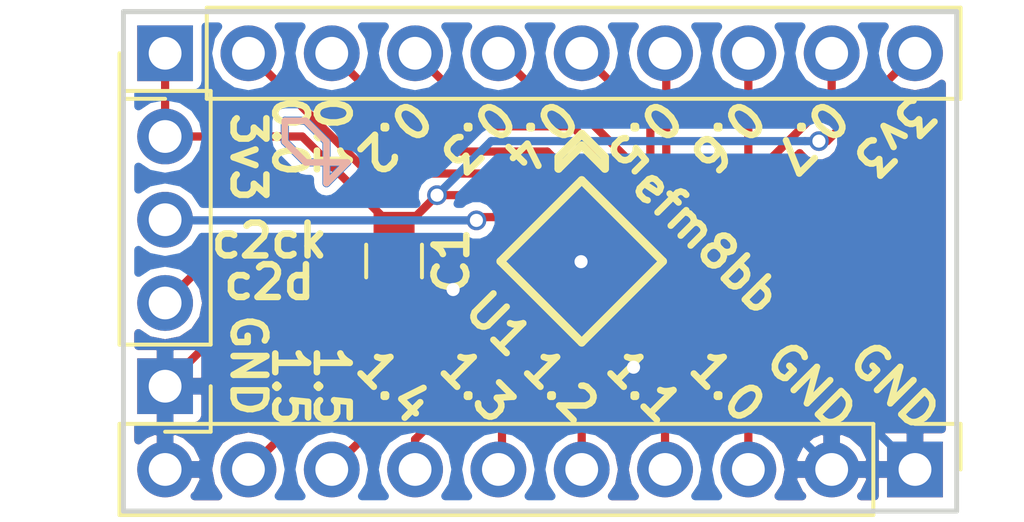
<source format=kicad_pcb>
(kicad_pcb (version 4) (host pcbnew 4.0.7-e0-6372~58~ubuntu16.04.1)

  (general
    (links 28)
    (no_connects 0)
    (area 116.764999 115.494999 142.315001 130.885001)
    (thickness 1.6)
    (drawings 34)
    (tracks 107)
    (zones 0)
    (modules 5)
    (nets 20)
  )

  (page A4)
  (layers
    (0 F.Cu signal)
    (31 B.Cu signal)
    (32 B.Adhes user)
    (33 F.Adhes user)
    (34 B.Paste user)
    (35 F.Paste user)
    (36 B.SilkS user)
    (37 F.SilkS user)
    (38 B.Mask user)
    (39 F.Mask user)
    (40 Dwgs.User user)
    (41 Cmts.User user)
    (42 Eco1.User user)
    (43 Eco2.User user)
    (44 Edge.Cuts user)
    (45 Margin user)
    (46 B.CrtYd user)
    (47 F.CrtYd user)
    (48 B.Fab user)
    (49 F.Fab user)
  )

  (setup
    (last_trace_width 0.25)
    (trace_clearance 0.23495)
    (zone_clearance 0.254)
    (zone_45_only no)
    (trace_min 0.2)
    (segment_width 0.2)
    (edge_width 0.15)
    (via_size 0.6)
    (via_drill 0.4)
    (via_min_size 0.4)
    (via_min_drill 0.3)
    (uvia_size 0.3)
    (uvia_drill 0.1)
    (uvias_allowed no)
    (uvia_min_size 0)
    (uvia_min_drill 0)
    (pcb_text_width 0.3)
    (pcb_text_size 1.5 1.5)
    (mod_edge_width 0.15)
    (mod_text_size 1 1)
    (mod_text_width 0.2)
    (pad_size 1.524 1.524)
    (pad_drill 0.762)
    (pad_to_mask_clearance 0.2)
    (aux_axis_origin 0 0)
    (visible_elements FFFFFF7F)
    (pcbplotparams
      (layerselection 0x00030_80000001)
      (usegerberextensions false)
      (excludeedgelayer true)
      (linewidth 0.100000)
      (plotframeref false)
      (viasonmask false)
      (mode 1)
      (useauxorigin false)
      (hpglpennumber 1)
      (hpglpenspeed 20)
      (hpglpendiameter 15)
      (hpglpenoverlay 2)
      (psnegative false)
      (psa4output false)
      (plotreference true)
      (plotvalue true)
      (plotinvisibletext false)
      (padsonsilk false)
      (subtractmaskfromsilk false)
      (outputformat 1)
      (mirror false)
      (drillshape 1)
      (scaleselection 1)
      (outputdirectory ""))
  )

  (net 0 "")
  (net 1 +3V3)
  (net 2 GND)
  (net 3 P0.0)
  (net 4 P0.1)
  (net 5 P0.2)
  (net 6 P0.3)
  (net 7 P0.4)
  (net 8 P0.5)
  (net 9 P0.6)
  (net 10 P0.7)
  (net 11 P1.0)
  (net 12 P1.1)
  (net 13 P1.2)
  (net 14 P1.3)
  (net 15 P1.4)
  (net 16 P1.5)
  (net 17 P1.6)
  (net 18 C2D)
  (net 19 C2CK)

  (net_class Default "This is the default net class."
    (clearance 0.23495)
    (trace_width 0.25)
    (via_dia 0.6)
    (via_drill 0.4)
    (uvia_dia 0.3)
    (uvia_drill 0.1)
    (add_net +3V3)
    (add_net C2CK)
    (add_net C2D)
    (add_net GND)
    (add_net P0.0)
    (add_net P0.1)
    (add_net P0.2)
    (add_net P0.3)
    (add_net P0.4)
    (add_net P0.5)
    (add_net P0.6)
    (add_net P0.7)
    (add_net P1.0)
    (add_net P1.1)
    (add_net P1.2)
    (add_net P1.3)
    (add_net P1.4)
    (add_net P1.5)
    (add_net P1.6)
  )

  (module C_0805 (layer F.Cu) (tedit 59BE1DF1) (tstamp 59DF2523)
    (at 125.09 123.18 270)
    (descr "Capacitor SMD 0805, reflow soldering, AVX (see smccp.pdf)")
    (tags "capacitor 0805")
    (path /59BE182B)
    (attr smd)
    (fp_text reference C1 (at 0 -1.75 270) (layer F.SilkS)
      (effects (font (size 1 1) (thickness 0.2)))
    )
    (fp_text value .1uF (at 0.01 1.265 270) (layer F.Fab) hide
      (effects (font (size 1 1) (thickness 0.2)))
    )
    (fp_text user %R (at 0 -1.5 270) (layer F.Fab)
      (effects (font (size 1 1) (thickness 0.2)))
    )
    (fp_line (start -1 0.62) (end -1 -0.62) (layer F.Fab) (width 0.1))
    (fp_line (start 1 0.62) (end -1 0.62) (layer F.Fab) (width 0.1))
    (fp_line (start 1 -0.62) (end 1 0.62) (layer F.Fab) (width 0.1))
    (fp_line (start -1 -0.62) (end 1 -0.62) (layer F.Fab) (width 0.1))
    (fp_line (start 0.5 -0.85) (end -0.5 -0.85) (layer F.SilkS) (width 0.12))
    (fp_line (start -0.5 0.85) (end 0.5 0.85) (layer F.SilkS) (width 0.12))
    (fp_line (start -1.75 -0.88) (end 1.75 -0.88) (layer F.CrtYd) (width 0.05))
    (fp_line (start -1.75 -0.88) (end -1.75 0.87) (layer F.CrtYd) (width 0.05))
    (fp_line (start 1.75 0.87) (end 1.75 -0.88) (layer F.CrtYd) (width 0.05))
    (fp_line (start 1.75 0.87) (end -1.75 0.87) (layer F.CrtYd) (width 0.05))
    (pad 1 smd rect (at -1 0 270) (size 1 1.25) (layers F.Cu F.Paste F.Mask)
      (net 1 +3V3))
    (pad 2 smd rect (at 1 0 270) (size 1 1.25) (layers F.Cu F.Paste F.Mask)
      (net 2 GND))
    (model Capacitors_SMD.3dshapes/C_0805.wrl
      (at (xyz 0 0 0))
      (scale (xyz 1 1 1))
      (rotate (xyz 0 0 0))
    )
  )

  (module Pin_Header_Straight_1x10_Pitch2.54mm (layer F.Cu) (tedit 59BE1DC8) (tstamp 59DF253F)
    (at 118.11 116.84 90)
    (descr "Through hole straight pin header, 1x10, 2.54mm pitch, single row")
    (tags "Through hole pin header THT 1x10 2.54mm single row")
    (path /59BE1A3C)
    (fp_text reference J1 (at -2.54 1.905 90) (layer F.Fab)
      (effects (font (size 1 1) (thickness 0.2)))
    )
    (fp_text value ~ (at 0 25.25 90) (layer F.Fab)
      (effects (font (size 1 1) (thickness 0.2)))
    )
    (fp_line (start -1.27 -1.27) (end -1.27 24.13) (layer F.Fab) (width 0.1))
    (fp_line (start -1.27 24.13) (end 1.27 24.13) (layer F.Fab) (width 0.1))
    (fp_line (start 1.27 24.13) (end 1.27 -1.27) (layer F.Fab) (width 0.1))
    (fp_line (start 1.27 -1.27) (end -1.27 -1.27) (layer F.Fab) (width 0.1))
    (fp_line (start -1.39 1.27) (end -1.39 24.25) (layer F.SilkS) (width 0.12))
    (fp_line (start -1.39 24.25) (end 1.39 24.25) (layer F.SilkS) (width 0.12))
    (fp_line (start 1.39 24.25) (end 1.39 1.27) (layer F.SilkS) (width 0.12))
    (fp_line (start 1.39 1.27) (end -1.39 1.27) (layer F.SilkS) (width 0.12))
    (fp_line (start -1.39 0) (end -1.39 -1.39) (layer F.SilkS) (width 0.12))
    (fp_line (start -1.39 -1.39) (end 0 -1.39) (layer F.SilkS) (width 0.12))
    (fp_line (start -1.6 -1.6) (end -1.6 24.4) (layer F.CrtYd) (width 0.05))
    (fp_line (start -1.6 24.4) (end 1.6 24.4) (layer F.CrtYd) (width 0.05))
    (fp_line (start 1.6 24.4) (end 1.6 -1.6) (layer F.CrtYd) (width 0.05))
    (fp_line (start 1.6 -1.6) (end -1.6 -1.6) (layer F.CrtYd) (width 0.05))
    (pad 1 thru_hole rect (at 0 0 90) (size 1.7 1.7) (drill 1) (layers *.Cu *.Mask)
      (net 1 +3V3))
    (pad 2 thru_hole oval (at 0 2.54 90) (size 1.7 1.7) (drill 1) (layers *.Cu *.Mask)
      (net 3 P0.0))
    (pad 3 thru_hole oval (at 0 5.08 90) (size 1.7 1.7) (drill 1) (layers *.Cu *.Mask)
      (net 4 P0.1))
    (pad 4 thru_hole oval (at 0 7.62 90) (size 1.7 1.7) (drill 1) (layers *.Cu *.Mask)
      (net 5 P0.2))
    (pad 5 thru_hole oval (at 0 10.16 90) (size 1.7 1.7) (drill 1) (layers *.Cu *.Mask)
      (net 6 P0.3))
    (pad 6 thru_hole oval (at 0 12.7 90) (size 1.7 1.7) (drill 1) (layers *.Cu *.Mask)
      (net 7 P0.4))
    (pad 7 thru_hole oval (at 0 15.24 90) (size 1.7 1.7) (drill 1) (layers *.Cu *.Mask)
      (net 8 P0.5))
    (pad 8 thru_hole oval (at 0 17.78 90) (size 1.7 1.7) (drill 1) (layers *.Cu *.Mask)
      (net 9 P0.6))
    (pad 9 thru_hole oval (at 0 20.32 90) (size 1.7 1.7) (drill 1) (layers *.Cu *.Mask)
      (net 10 P0.7))
    (pad 10 thru_hole oval (at 0 22.86 90) (size 1.7 1.7) (drill 1) (layers *.Cu *.Mask)
      (net 1 +3V3))
    (model Pin_Headers.3dshapes/Pin_Header_Straight_1x10_Pitch2.54mm.wrl
      (at (xyz 0 -0.45 0))
      (scale (xyz 1 1 1))
      (rotate (xyz 0 0 90))
    )
  )

  (module Pin_Header_Straight_1x10_Pitch2.54mm (layer F.Cu) (tedit 59BE17E2) (tstamp 59DF255B)
    (at 140.97 129.54 270)
    (descr "Through hole straight pin header, 1x10, 2.54mm pitch, single row")
    (tags "Through hole pin header THT 1x10 2.54mm single row")
    (path /59BE19EE)
    (fp_text reference J2 (at 0 -2.39 270) (layer F.Fab)
      (effects (font (size 1 1) (thickness 0.2)))
    )
    (fp_text value ~ (at 0 25.25 270) (layer F.Fab)
      (effects (font (size 1 1) (thickness 0.2)))
    )
    (fp_line (start -1.27 -1.27) (end -1.27 24.13) (layer F.Fab) (width 0.1))
    (fp_line (start -1.27 24.13) (end 1.27 24.13) (layer F.Fab) (width 0.1))
    (fp_line (start 1.27 24.13) (end 1.27 -1.27) (layer F.Fab) (width 0.1))
    (fp_line (start 1.27 -1.27) (end -1.27 -1.27) (layer F.Fab) (width 0.1))
    (fp_line (start -1.39 1.27) (end -1.39 24.25) (layer F.SilkS) (width 0.12))
    (fp_line (start -1.39 24.25) (end 1.39 24.25) (layer F.SilkS) (width 0.12))
    (fp_line (start 1.39 24.25) (end 1.39 1.27) (layer F.SilkS) (width 0.12))
    (fp_line (start 1.39 1.27) (end -1.39 1.27) (layer F.SilkS) (width 0.12))
    (fp_line (start -1.39 0) (end -1.39 -1.39) (layer F.SilkS) (width 0.12))
    (fp_line (start -1.39 -1.39) (end 0 -1.39) (layer F.SilkS) (width 0.12))
    (fp_line (start -1.6 -1.6) (end -1.6 24.4) (layer F.CrtYd) (width 0.05))
    (fp_line (start -1.6 24.4) (end 1.6 24.4) (layer F.CrtYd) (width 0.05))
    (fp_line (start 1.6 24.4) (end 1.6 -1.6) (layer F.CrtYd) (width 0.05))
    (fp_line (start 1.6 -1.6) (end -1.6 -1.6) (layer F.CrtYd) (width 0.05))
    (pad 1 thru_hole rect (at 0 0 270) (size 1.7 1.7) (drill 1) (layers *.Cu *.Mask)
      (net 2 GND))
    (pad 2 thru_hole oval (at 0 2.54 270) (size 1.7 1.7) (drill 1) (layers *.Cu *.Mask)
      (net 2 GND))
    (pad 3 thru_hole oval (at 0 5.08 270) (size 1.7 1.7) (drill 1) (layers *.Cu *.Mask)
      (net 11 P1.0))
    (pad 4 thru_hole oval (at 0 7.62 270) (size 1.7 1.7) (drill 1) (layers *.Cu *.Mask)
      (net 12 P1.1))
    (pad 5 thru_hole oval (at 0 10.16 270) (size 1.7 1.7) (drill 1) (layers *.Cu *.Mask)
      (net 13 P1.2))
    (pad 6 thru_hole oval (at 0 12.7 270) (size 1.7 1.7) (drill 1) (layers *.Cu *.Mask)
      (net 14 P1.3))
    (pad 7 thru_hole oval (at 0 15.24 270) (size 1.7 1.7) (drill 1) (layers *.Cu *.Mask)
      (net 15 P1.4))
    (pad 8 thru_hole oval (at 0 17.78 270) (size 1.7 1.7) (drill 1) (layers *.Cu *.Mask)
      (net 16 P1.5))
    (pad 9 thru_hole oval (at 0 20.32 270) (size 1.7 1.7) (drill 1) (layers *.Cu *.Mask)
      (net 17 P1.6))
    (pad 10 thru_hole oval (at 0 22.86 270) (size 1.7 1.7) (drill 1) (layers *.Cu *.Mask)
      (net 2 GND))
    (model Pin_Headers.3dshapes/Pin_Header_Straight_1x10_Pitch2.54mm.wrl
      (at (xyz 0 -0.45 0))
      (scale (xyz 1 1 1))
      (rotate (xyz 0 0 90))
    )
  )

  (module Pin_Header_Straight_1x04_Pitch2.54mm (layer F.Cu) (tedit 59BE17E9) (tstamp 59DF2571)
    (at 118.11 127 180)
    (descr "Through hole straight pin header, 1x04, 2.54mm pitch, single row")
    (tags "Through hole pin header THT 1x04 2.54mm single row")
    (path /59BE1B2F)
    (fp_text reference J3 (at 0 -2.39 180) (layer F.Fab)
      (effects (font (size 1 1) (thickness 0.2)))
    )
    (fp_text value CONN_01X04 (at 0 10.01 180) (layer F.Fab)
      (effects (font (size 1 1) (thickness 0.2)))
    )
    (fp_line (start -1.27 -1.27) (end -1.27 8.89) (layer F.Fab) (width 0.1))
    (fp_line (start -1.27 8.89) (end 1.27 8.89) (layer F.Fab) (width 0.1))
    (fp_line (start 1.27 8.89) (end 1.27 -1.27) (layer F.Fab) (width 0.1))
    (fp_line (start 1.27 -1.27) (end -1.27 -1.27) (layer F.Fab) (width 0.1))
    (fp_line (start -1.39 1.27) (end -1.39 9.01) (layer F.SilkS) (width 0.12))
    (fp_line (start -1.39 9.01) (end 1.39 9.01) (layer F.SilkS) (width 0.12))
    (fp_line (start 1.39 9.01) (end 1.39 1.27) (layer F.SilkS) (width 0.12))
    (fp_line (start 1.39 1.27) (end -1.39 1.27) (layer F.SilkS) (width 0.12))
    (fp_line (start -1.39 0) (end -1.39 -1.39) (layer F.SilkS) (width 0.12))
    (fp_line (start -1.39 -1.39) (end 0 -1.39) (layer F.SilkS) (width 0.12))
    (fp_line (start -1.6 -1.6) (end -1.6 9.2) (layer F.CrtYd) (width 0.05))
    (fp_line (start -1.6 9.2) (end 1.6 9.2) (layer F.CrtYd) (width 0.05))
    (fp_line (start 1.6 9.2) (end 1.6 -1.6) (layer F.CrtYd) (width 0.05))
    (fp_line (start 1.6 -1.6) (end -1.6 -1.6) (layer F.CrtYd) (width 0.05))
    (pad 1 thru_hole rect (at 0 0 180) (size 1.7 1.7) (drill 1) (layers *.Cu *.Mask)
      (net 2 GND))
    (pad 2 thru_hole oval (at 0 2.54 180) (size 1.7 1.7) (drill 1) (layers *.Cu *.Mask)
      (net 18 C2D))
    (pad 3 thru_hole oval (at 0 5.08 180) (size 1.7 1.7) (drill 1) (layers *.Cu *.Mask)
      (net 19 C2CK))
    (pad 4 thru_hole oval (at 0 7.62 180) (size 1.7 1.7) (drill 1) (layers *.Cu *.Mask)
      (net 1 +3V3))
    (model Pin_Headers.3dshapes/Pin_Header_Straight_1x04_Pitch2.54mm.wrl
      (at (xyz 0 -0.15 0))
      (scale (xyz 1 1 1))
      (rotate (xyz 0 0 90))
    )
  )

  (module kicad:EFM8BB-QFN20 (layer F.Cu) (tedit 59BE1E35) (tstamp 59DF2C2D)
    (at 130.81 123.19 315)
    (path /59BE17EE)
    (fp_text reference U1 (at -0.449013 3.14309 495) (layer F.SilkS)
      (effects (font (size 1 1) (thickness 0.2)))
    )
    (fp_text value efm8bb (at 2.245064 -3.14309 315) (layer F.SilkS)
      (effects (font (size 1 1) (thickness 0.2)))
    )
    (fp_line (start -1.5 -2.5) (end -1.75 -2.75) (layer F.SilkS) (width 0.25))
    (fp_line (start -1.75 -2.75) (end -2.75 -2.75) (layer F.SilkS) (width 0.25))
    (fp_line (start -2.75 -2.75) (end -2.75 -1.75) (layer F.SilkS) (width 0.25))
    (fp_line (start -2.75 -1.75) (end -2.5 -1.5) (layer F.SilkS) (width 0.25))
    (fp_line (start -2.5 -1.5) (end -2.5 -2.25) (layer F.SilkS) (width 0.25))
    (fp_line (start -2.5 -2.25) (end -2.5 -2.5) (layer F.SilkS) (width 0.25))
    (fp_line (start -2.5 -2.5) (end -1.5 -2.5) (layer F.SilkS) (width 0.25))
    (fp_line (start -1.75 -1.75) (end 1.75 -1.75) (layer F.SilkS) (width 0.25))
    (fp_line (start 1.75 -1.75) (end 1.75 1.75) (layer F.SilkS) (width 0.25))
    (fp_line (start 1.75 1.75) (end -1.75 1.75) (layer F.SilkS) (width 0.25))
    (fp_line (start -1.75 1.75) (end -1.75 -1.75) (layer F.SilkS) (width 0.25))
    (pad 1 smd rect (at -1.625 -1.625 315) (size 1 1) (layers F.Cu F.Paste F.Mask)
      (net 4 P0.1))
    (pad 3 smd rect (at -1.6 -0.25 315) (size 1 0.25) (layers F.Cu F.Paste F.Mask)
      (net 2 GND))
    (pad 4 smd rect (at -1.6 0.25 315) (size 1 0.25) (layers F.Cu F.Paste F.Mask)
      (net 1 +3V3))
    (pad 2 smd rect (at -1.6 -0.75 315) (size 1 0.25) (layers F.Cu F.Paste F.Mask)
      (net 3 P0.0))
    (pad 5 smd rect (at -1.6 0.75 315) (size 1 0.25) (layers F.Cu F.Paste F.Mask)
      (net 19 C2CK))
    (pad 6 smd rect (at -1.625 1.625 315) (size 1 1) (layers F.Cu F.Paste F.Mask)
      (net 18 C2D))
    (pad 7 smd rect (at -0.75 1.6 45) (size 1 0.25) (layers F.Cu F.Paste F.Mask)
      (net 17 P1.6))
    (pad 8 smd rect (at -0.25 1.6 45) (size 1 0.25) (layers F.Cu F.Paste F.Mask)
      (net 16 P1.5))
    (pad 9 smd rect (at 0.25 1.6 45) (size 1 0.25) (layers F.Cu F.Paste F.Mask)
      (net 15 P1.4))
    (pad 10 smd rect (at 0.75 1.6 45) (size 1 0.25) (layers F.Cu F.Paste F.Mask)
      (net 14 P1.3))
    (pad 11 smd rect (at 1.625 1.625 45) (size 1 1) (layers F.Cu F.Paste F.Mask)
      (net 13 P1.2))
    (pad 12 smd rect (at 1.6 0.75 315) (size 1 0.25) (layers F.Cu F.Paste F.Mask)
      (net 2 GND))
    (pad 13 smd rect (at 1.6 0.25 315) (size 1 0.25) (layers F.Cu F.Paste F.Mask)
      (net 12 P1.1))
    (pad 14 smd rect (at 1.6 -0.25 315) (size 1 0.25) (layers F.Cu F.Paste F.Mask)
      (net 11 P1.0))
    (pad 15 smd rect (at 1.6 -0.75 315) (size 1 0.25) (layers F.Cu F.Paste F.Mask)
      (net 10 P0.7))
    (pad 16 smd rect (at 1.625 -1.625 315) (size 1 1) (layers F.Cu F.Paste F.Mask)
      (net 9 P0.6))
    (pad 17 smd rect (at 0.75 -1.6 45) (size 1 0.25) (layers F.Cu F.Paste F.Mask)
      (net 8 P0.5))
    (pad 18 smd rect (at 0.25 -1.6 45) (size 1 0.25) (layers F.Cu F.Paste F.Mask)
      (net 7 P0.4))
    (pad 19 smd rect (at -0.25 -1.6 45) (size 1 0.25) (layers F.Cu F.Paste F.Mask)
      (net 6 P0.3))
    (pad 20 smd rect (at -0.75 -1.6 45) (size 1 0.25) (layers F.Cu F.Paste F.Mask)
      (net 5 P0.2))
    (pad 21 smd rect (at 0 0 315) (size 1.6 1.6) (layers F.Cu F.Paste F.Mask)
      (net 2 GND))
  )

  (gr_text GND (at 120.65 126.365 270) (layer F.SilkS)
    (effects (font (size 1 1) (thickness 0.2)))
  )
  (gr_text 1.5 (at 121.92 127 270) (layer F.SilkS)
    (effects (font (size 1 1) (thickness 0.2)))
  )
  (gr_text 1.5 (at 123.19 127 270) (layer F.SilkS)
    (effects (font (size 1 1) (thickness 0.2)))
  )
  (gr_text 1.4 (at 125.095 127 315) (layer F.SilkS)
    (effects (font (size 1 1) (thickness 0.2)))
  )
  (gr_text 1.3 (at 127.635 127 315) (layer F.SilkS)
    (effects (font (size 1 1) (thickness 0.2)))
  )
  (gr_text 1.2 (at 130.175 127 315) (layer F.SilkS)
    (effects (font (size 1 1) (thickness 0.2)))
  )
  (gr_text 1.1 (at 132.715 127 315) (layer F.SilkS)
    (effects (font (size 1 1) (thickness 0.2)))
  )
  (gr_text 1.0 (at 135.255 127 315) (layer F.SilkS)
    (effects (font (size 1 1) (thickness 0.2)))
  )
  (gr_text GND (at 137.795 127 315) (layer F.SilkS)
    (effects (font (size 1 1) (thickness 0.2)))
  )
  (gr_text GND (at 140.335 127 315) (layer F.SilkS)
    (effects (font (size 1 1) (thickness 0.2)))
  )
  (gr_text c2d (at 121.285 123.825) (layer F.SilkS)
    (effects (font (size 1 1) (thickness 0.2)))
  )
  (gr_text c2ck (at 121.285 122.555) (layer F.SilkS)
    (effects (font (size 1 1) (thickness 0.2)))
  )
  (gr_text 3v3 (at 120.65 120.015 270) (layer F.SilkS)
    (effects (font (size 1 1) (thickness 0.2)))
  )
  (gr_text 0.0 (at 121.92 119.38 270) (layer F.SilkS)
    (effects (font (size 1 1) (thickness 0.2)))
  )
  (gr_text 0.1 (at 123.19 119.38 270) (layer F.SilkS)
    (effects (font (size 1 1) (thickness 0.2)))
  )
  (gr_text 0.2 (at 125.095 119.38 225) (layer F.SilkS)
    (effects (font (size 1 1) (thickness 0.2)))
  )
  (gr_text 0.3 (at 127.635 119.38 225) (layer F.SilkS)
    (effects (font (size 1 1) (thickness 0.2)))
  )
  (gr_text 0.4 (at 129.54 119.38 225) (layer F.SilkS)
    (effects (font (size 1 1) (thickness 0.2)))
  )
  (gr_text 0.5 (at 132.715 119.38 225) (layer F.SilkS)
    (effects (font (size 1 1) (thickness 0.2)))
  )
  (gr_text 0.6 (at 135.255 119.38 225) (layer F.SilkS)
    (effects (font (size 1 1) (thickness 0.2)))
  )
  (gr_text 0.7 (at 137.795 119.38 225) (layer F.SilkS)
    (effects (font (size 1 1) (thickness 0.2)))
  )
  (gr_text 3v3 (at 140.335 119.38 225) (layer F.SilkS)
    (effects (font (size 1 1) (thickness 0.2)))
  )
  (gr_line (start 116.84 130.81) (end 116.84 115.57) (angle 90) (layer Edge.Cuts) (width 0.15))
  (gr_line (start 142.24 130.81) (end 116.84 130.81) (angle 90) (layer Edge.Cuts) (width 0.15))
  (gr_line (start 142.24 115.57) (end 142.24 130.81) (angle 90) (layer Edge.Cuts) (width 0.15))
  (gr_line (start 116.84 115.57) (end 142.24 115.57) (angle 90) (layer Edge.Cuts) (width 0.15))
  (gr_line (start 123.665 120.17) (end 123.03 120.805) (angle 90) (layer B.SilkS) (width 0.2))
  (gr_line (start 122.395 120.17) (end 123.665 120.17) (angle 90) (layer B.SilkS) (width 0.2))
  (gr_line (start 122.395 118.9) (end 121.76 118.9) (angle 90) (layer B.SilkS) (width 0.2))
  (gr_line (start 123.03 119.535) (end 122.395 118.9) (angle 90) (layer B.SilkS) (width 0.2))
  (gr_line (start 123.03 120.805) (end 123.03 119.535) (angle 90) (layer B.SilkS) (width 0.2))
  (gr_line (start 121.76 119.535) (end 122.395 120.17) (angle 90) (layer B.SilkS) (width 0.2))
  (gr_line (start 121.76 118.9) (end 121.76 119.535) (angle 90) (layer B.SilkS) (width 0.2))
  (gr_line (start 142.24 115.57) (end 116.84 115.57) (angle 90) (layer Edge.Cuts) (width 0.15))

  (segment (start 121.76 119.535) (end 122.395 120.17) (width 0.25) (layer B.Cu) (net 0))
  (segment (start 121.76 118.9) (end 121.76 119.535) (width 0.25) (layer B.Cu) (net 0) (tstamp 59DF3254))
  (segment (start 122.395 118.9) (end 121.76 118.9) (width 0.25) (layer B.Cu) (net 0) (tstamp 59DF3253))
  (segment (start 123.03 119.535) (end 122.395 118.9) (width 0.25) (layer B.Cu) (net 0) (tstamp 59DF3252))
  (segment (start 123.03 120.805) (end 123.03 119.535) (width 0.25) (layer B.Cu) (net 0) (tstamp 59DF3251))
  (segment (start 123.665 120.17) (end 123.03 120.805) (width 0.25) (layer B.Cu) (net 0) (tstamp 59DF3250))
  (segment (start 122.395 120.17) (end 123.665 120.17) (width 0.25) (layer B.Cu) (net 0) (tstamp 59DF324F))
  (segment (start 140.97 116.84) (end 138.288337 119.521663) (width 0.25) (layer F.Cu) (net 1))
  (segment (start 137.617399 119.521663) (end 138.041663 119.521663) (width 0.25) (layer B.Cu) (net 1))
  (segment (start 128.048337 119.521663) (end 137.617399 119.521663) (width 0.25) (layer B.Cu) (net 1))
  (segment (start 126.4 121.17) (end 128.048337 119.521663) (width 0.25) (layer B.Cu) (net 1))
  (via (at 138.041663 119.521663) (size 0.6) (drill 0.4) (layers F.Cu B.Cu) (net 1))
  (segment (start 138.288337 119.521663) (end 138.041663 119.521663) (width 0.25) (layer F.Cu) (net 1))
  (segment (start 126.4 121.17) (end 128.436446 121.17) (width 0.25) (layer F.Cu) (net 1))
  (segment (start 125.09 122.18) (end 125.39 122.18) (width 0.25) (layer F.Cu) (net 1))
  (segment (start 125.39 122.18) (end 126.4 121.17) (width 0.25) (layer F.Cu) (net 1))
  (via (at 126.4 121.17) (size 0.6) (drill 0.4) (layers F.Cu B.Cu) (net 1))
  (segment (start 128.436446 121.17) (end 129.501852 122.235406) (width 0.25) (layer F.Cu) (net 1) (tstamp 59DF32E5))
  (segment (start 118.11 116.84) (end 118.11 119.38) (width 0.25) (layer F.Cu) (net 1))
  (segment (start 125.09 122.18) (end 122.29 119.38) (width 0.25) (layer F.Cu) (net 1))
  (segment (start 122.29 119.38) (end 118.11 119.38) (width 0.25) (layer F.Cu) (net 1) (tstamp 59DF32D6))
  (segment (start 135.31 126.42) (end 137.85 126.42) (width 0.25) (layer B.Cu) (net 2))
  (segment (start 137.85 126.42) (end 140.97 129.54) (width 0.25) (layer B.Cu) (net 2) (tstamp 59DF3458))
  (segment (start 131.411041 124.851701) (end 132.39 125.83066) (width 0.25) (layer F.Cu) (net 2))
  (segment (start 132.39 125.83066) (end 132.39 126.42) (width 0.25) (layer F.Cu) (net 2) (tstamp 59DF3450))
  (via (at 132.39 126.42) (size 0.6) (drill 0.4) (layers F.Cu B.Cu) (net 2))
  (segment (start 132.39 126.42) (end 135.31 126.42) (width 0.25) (layer B.Cu) (net 2) (tstamp 59DF3452))
  (segment (start 135.31 126.42) (end 138.43 129.54) (width 0.25) (layer B.Cu) (net 2) (tstamp 59DF3453))
  (segment (start 125.09 124.18) (end 125.22 124.05) (width 0.25) (layer F.Cu) (net 2))
  (segment (start 125.22 124.05) (end 126.89 124.05) (width 0.25) (layer F.Cu) (net 2) (tstamp 59DF3416))
  (via (at 126.89 124.05) (size 0.6) (drill 0.4) (layers F.Cu B.Cu) (net 2))
  (segment (start 126.89 124.05) (end 129.94 124.05) (width 0.25) (layer B.Cu) (net 2) (tstamp 59DF3418))
  (segment (start 129.94 124.05) (end 130.79 123.2) (width 0.25) (layer B.Cu) (net 2) (tstamp 59DF3419))
  (via (at 130.79 123.2) (size 0.6) (drill 0.4) (layers F.Cu B.Cu) (net 2))
  (segment (start 130.79 123.2) (end 130.8 123.2) (width 0.25) (layer F.Cu) (net 2) (tstamp 59DF341B))
  (segment (start 130.8 123.2) (end 130.81 123.19) (width 0.25) (layer F.Cu) (net 2) (tstamp 59DF341C))
  (segment (start 131.411041 124.851701) (end 130.96 124.40066) (width 0.25) (layer F.Cu) (net 2))
  (segment (start 130.96 124.40066) (end 130.96 123.34) (width 0.25) (layer F.Cu) (net 2) (tstamp 59DF3411))
  (segment (start 130.96 123.34) (end 130.81 123.19) (width 0.25) (layer F.Cu) (net 2) (tstamp 59DF3412))
  (segment (start 129.855406 121.881852) (end 130.81 122.836446) (width 0.25) (layer F.Cu) (net 2))
  (segment (start 130.81 122.836446) (end 130.81 123.19) (width 0.25) (layer F.Cu) (net 2) (tstamp 59DF340D))
  (segment (start 118.11 127) (end 120.93 124.18) (width 0.25) (layer F.Cu) (net 2))
  (segment (start 120.93 124.18) (end 125.09 124.18) (width 0.25) (layer F.Cu) (net 2) (tstamp 59DF32C6))
  (segment (start 118.11 129.54) (end 118.11 127) (width 0.25) (layer F.Cu) (net 2))
  (segment (start 121.499999 117.689999) (end 120.65 116.84) (width 0.25) (layer F.Cu) (net 3))
  (segment (start 129.190708 120.510048) (end 124.320048 120.510048) (width 0.25) (layer F.Cu) (net 3))
  (segment (start 130.208959 121.528299) (end 129.190708 120.510048) (width 0.25) (layer F.Cu) (net 3))
  (segment (start 124.320048 120.510048) (end 121.499999 117.689999) (width 0.25) (layer F.Cu) (net 3))
  (segment (start 130.81 120.891903) (end 129.758097 119.84) (width 0.25) (layer F.Cu) (net 4))
  (segment (start 129.758097 119.84) (end 126.19 119.84) (width 0.25) (layer F.Cu) (net 4))
  (segment (start 126.19 119.84) (end 124.039999 117.689999) (width 0.25) (layer F.Cu) (net 4))
  (segment (start 124.039999 117.689999) (end 123.19 116.84) (width 0.25) (layer F.Cu) (net 4))
  (segment (start 127.96 119.07) (end 126.579999 117.689999) (width 0.25) (layer F.Cu) (net 5))
  (segment (start 131.411041 121.528299) (end 131.877067 121.062273) (width 0.25) (layer F.Cu) (net 5))
  (segment (start 131.877067 121.062273) (end 131.877067 120.424207) (width 0.25) (layer F.Cu) (net 5))
  (segment (start 131.877067 120.424207) (end 130.52286 119.07) (width 0.25) (layer F.Cu) (net 5))
  (segment (start 130.52286 119.07) (end 127.96 119.07) (width 0.25) (layer F.Cu) (net 5))
  (segment (start 126.579999 117.689999) (end 125.73 116.84) (width 0.25) (layer F.Cu) (net 5))
  (segment (start 128.27 116.84) (end 129.119999 117.689999) (width 0.25) (layer F.Cu) (net 6))
  (segment (start 129.119999 117.689999) (end 129.828697 117.689999) (width 0.25) (layer F.Cu) (net 6))
  (segment (start 132.40512 121.241326) (end 132.188857 121.457589) (width 0.25) (layer F.Cu) (net 6))
  (segment (start 129.828697 117.689999) (end 132.40512 120.266422) (width 0.25) (layer F.Cu) (net 6))
  (segment (start 132.40512 120.266422) (end 132.40512 121.241326) (width 0.25) (layer F.Cu) (net 6))
  (segment (start 132.188857 121.457589) (end 131.764594 121.881852) (width 0.25) (layer F.Cu) (net 6))
  (segment (start 131.659999 117.689999) (end 130.81 116.84) (width 0.25) (layer F.Cu) (net 7))
  (segment (start 132.903139 118.933139) (end 131.659999 117.689999) (width 0.25) (layer F.Cu) (net 7))
  (segment (start 132.903139 121.450415) (end 132.903139 118.933139) (width 0.25) (layer F.Cu) (net 7))
  (segment (start 132.118148 122.235406) (end 132.903139 121.450415) (width 0.25) (layer F.Cu) (net 7))
  (segment (start 132.471701 122.588959) (end 133.3881 121.67256) (width 0.25) (layer F.Cu) (net 8))
  (segment (start 133.3881 121.67256) (end 133.3881 116.8781) (width 0.25) (layer F.Cu) (net 8))
  (segment (start 133.3881 116.8781) (end 133.35 116.84) (width 0.25) (layer F.Cu) (net 8))
  (segment (start 133.108097 123.19) (end 135.89 120.408097) (width 0.25) (layer F.Cu) (net 9))
  (segment (start 135.89 120.408097) (end 135.89 116.84) (width 0.25) (layer F.Cu) (net 9) (tstamp 59DF341F))
  (segment (start 134.26 124.37) (end 133.05066 124.37) (width 0.25) (layer F.Cu) (net 10))
  (segment (start 133.05066 124.37) (end 132.471701 123.791041) (width 0.25) (layer F.Cu) (net 10))
  (segment (start 136.66 121.97) (end 134.26 124.37) (width 0.25) (layer F.Cu) (net 10))
  (segment (start 136.66 119.97) (end 136.66 121.97) (width 0.25) (layer F.Cu) (net 10))
  (segment (start 138.43 118.2) (end 136.66 119.97) (width 0.25) (layer F.Cu) (net 10))
  (segment (start 138.43 116.84) (end 138.43 118.2) (width 0.25) (layer F.Cu) (net 10))
  (segment (start 132.118148 124.144594) (end 135.89 127.916446) (width 0.25) (layer F.Cu) (net 11))
  (segment (start 135.89 127.916446) (end 135.89 129.54) (width 0.25) (layer F.Cu) (net 11) (tstamp 59DF3448))
  (segment (start 131.764594 124.498148) (end 133.35 126.083554) (width 0.25) (layer F.Cu) (net 12))
  (segment (start 133.35 126.083554) (end 133.35 129.54) (width 0.25) (layer F.Cu) (net 12) (tstamp 59DF344C))
  (segment (start 130.81 129.54) (end 130.81 125.488097) (width 0.25) (layer F.Cu) (net 13))
  (segment (start 130.208959 124.851701) (end 128.38 126.68066) (width 0.25) (layer F.Cu) (net 14))
  (segment (start 128.38 126.68066) (end 128.38 129.54) (width 0.25) (layer F.Cu) (net 14) (tstamp 59DF3271))
  (segment (start 128.38 129.54) (end 128.27 129.54) (width 0.25) (layer F.Cu) (net 14) (tstamp 59DF3273))
  (segment (start 129.855406 124.498148) (end 125.73 128.623554) (width 0.25) (layer F.Cu) (net 15))
  (segment (start 125.73 128.623554) (end 125.73 129.54) (width 0.25) (layer F.Cu) (net 15) (tstamp 59DF3275))
  (segment (start 125.96 127.686446) (end 125.686446 127.96) (width 0.25) (layer F.Cu) (net 16))
  (segment (start 125.686446 127.96) (end 124.77 127.96) (width 0.25) (layer F.Cu) (net 16) (tstamp 59DF328D))
  (segment (start 124.77 127.96) (end 123.19 129.54) (width 0.25) (layer F.Cu) (net 16) (tstamp 59DF328E))
  (segment (start 129.501852 124.144594) (end 125.96 127.686446) (width 0.25) (layer F.Cu) (net 16))
  (segment (start 125.96 127.686446) (end 125.886446 127.76) (width 0.25) (layer F.Cu) (net 16) (tstamp 59DF328B))
  (segment (start 123.35 129.54) (end 123.19 129.54) (width 0.25) (layer F.Cu) (net 16) (tstamp 59DF327B))
  (segment (start 125.74934 127.19) (end 123 127.19) (width 0.25) (layer F.Cu) (net 17))
  (segment (start 123 127.19) (end 120.65 129.54) (width 0.25) (layer F.Cu) (net 17) (tstamp 59DF3462))
  (segment (start 129.148299 123.791041) (end 125.74934 127.19) (width 0.25) (layer F.Cu) (net 17))
  (segment (start 118.11 124.46) (end 119.39 123.18) (width 0.25) (layer F.Cu) (net 18))
  (segment (start 119.39 123.18) (end 128.501903 123.18) (width 0.25) (layer F.Cu) (net 18) (tstamp 59DF32CA))
  (segment (start 128.501903 123.18) (end 128.511903 123.19) (width 0.25) (layer F.Cu) (net 18) (tstamp 59DF32CC))
  (segment (start 129.148299 122.588959) (end 128.39934 121.84) (width 0.25) (layer F.Cu) (net 19))
  (segment (start 128.39934 121.84) (end 127.7 121.84) (width 0.25) (layer F.Cu) (net 19) (tstamp 59DF32CF))
  (segment (start 127.7 121.84) (end 127.6 121.94) (width 0.25) (layer F.Cu) (net 19) (tstamp 59DF32D0))
  (via (at 127.6 121.94) (size 0.6) (drill 0.4) (layers F.Cu B.Cu) (net 19))
  (segment (start 127.6 121.94) (end 118.13 121.94) (width 0.25) (layer B.Cu) (net 19) (tstamp 59DF32D2))
  (segment (start 118.13 121.94) (end 118.11 121.92) (width 0.25) (layer B.Cu) (net 19) (tstamp 59DF32D3))

  (zone (net 2) (net_name GND) (layer F.Cu) (tstamp 59DF345C) (hatch edge 0.508)
    (connect_pads (clearance 0.254))
    (min_thickness 0.254)
    (fill yes (arc_segments 16) (thermal_gap 0.254) (thermal_bridge_width 0.508))
    (polygon
      (pts
        (xy 142.24 115.57) (xy 116.84 115.57) (xy 116.84 130.81) (xy 142.24 130.81)
      )
    )
    (filled_polygon
      (pts
        (xy 141.784 128.309) (xy 141.19225 128.309) (xy 141.097 128.40425) (xy 141.097 129.413) (xy 141.117 129.413)
        (xy 141.117 129.667) (xy 141.097 129.667) (xy 141.097 129.687) (xy 140.843 129.687) (xy 140.843 129.667)
        (xy 139.83425 129.667) (xy 139.739 129.76225) (xy 139.739 130.354) (xy 139.332665 130.354) (xy 139.407652 130.288056)
        (xy 139.619501 129.856982) (xy 139.559193 129.667) (xy 138.557 129.667) (xy 138.557 129.687) (xy 138.303 129.687)
        (xy 138.303 129.667) (xy 137.300807 129.667) (xy 137.240499 129.856982) (xy 137.452348 130.288056) (xy 137.527335 130.354)
        (xy 136.81428 130.354) (xy 137.027296 130.0352) (xy 137.121 129.564117) (xy 137.121 129.515883) (xy 137.062746 129.223018)
        (xy 137.240499 129.223018) (xy 137.300807 129.413) (xy 138.303 129.413) (xy 138.303 128.411373) (xy 138.557 128.411373)
        (xy 138.557 129.413) (xy 139.559193 129.413) (xy 139.619501 129.223018) (xy 139.407652 128.791944) (xy 139.205549 128.614214)
        (xy 139.739 128.614214) (xy 139.739 129.31775) (xy 139.83425 129.413) (xy 140.843 129.413) (xy 140.843 128.40425)
        (xy 140.74775 128.309) (xy 140.044215 128.309) (xy 139.904181 128.367004) (xy 139.797004 128.47418) (xy 139.739 128.614214)
        (xy 139.205549 128.614214) (xy 139.046964 128.474755) (xy 138.74698 128.350511) (xy 138.557 128.411373) (xy 138.303 128.411373)
        (xy 138.11302 128.350511) (xy 137.813036 128.474755) (xy 137.452348 128.791944) (xy 137.240499 129.223018) (xy 137.062746 129.223018)
        (xy 137.027296 129.0448) (xy 136.760448 128.645435) (xy 136.396 128.401918) (xy 136.396 127.916446) (xy 136.357483 127.722808)
        (xy 136.247796 127.55865) (xy 133.565146 124.876) (xy 134.26 124.876) (xy 134.453638 124.837483) (xy 134.617796 124.727796)
        (xy 137.017796 122.327796) (xy 137.073167 122.244927) (xy 137.127483 122.163638) (xy 137.166 121.97) (xy 137.166 120.179592)
        (xy 137.456597 119.888995) (xy 137.464002 119.906915) (xy 137.655404 120.09865) (xy 137.905609 120.202545) (xy 138.176528 120.202781)
        (xy 138.426915 120.099324) (xy 138.61865 119.907922) (xy 138.624454 119.893944) (xy 138.646133 119.879459) (xy 140.519988 118.005604)
        (xy 140.97 118.095117) (xy 141.441083 118.001413) (xy 141.784 117.772282)
      )
    )
    (filled_polygon
      (pts
        (xy 131.922456 125.542724) (xy 131.944198 125.564466) (xy 132.029759 125.478905) (xy 132.844 126.293146) (xy 132.844 128.401918)
        (xy 132.479552 128.645435) (xy 132.212704 129.0448) (xy 132.119 129.515883) (xy 132.119 129.564117) (xy 132.212704 130.0352)
        (xy 132.42572 130.354) (xy 131.73428 130.354) (xy 131.947296 130.0352) (xy 132.041 129.564117) (xy 132.041 129.515883)
        (xy 131.947296 129.0448) (xy 131.680448 128.645435) (xy 131.316 128.401918) (xy 131.316 126.238576) (xy 131.791793 125.762783)
        (xy 131.872843 125.644161) (xy 131.877509 125.622652) (xy 131.892026 125.616639) (xy 131.965941 125.542724) (xy 131.922456 125.586208)
      )
    )
    (filled_polygon
      (pts
        (xy 124.084 123.95775) (xy 124.17925 124.053) (xy 124.963 124.053) (xy 124.963 124.033) (xy 125.217 124.033)
        (xy 125.217 124.053) (xy 126.00075 124.053) (xy 126.096 123.95775) (xy 126.096 123.686) (xy 127.751424 123.686)
        (xy 128.144586 124.079162) (xy 125.539748 126.684) (xy 123 126.684) (xy 122.806362 126.722517) (xy 122.642204 126.832204)
        (xy 121.100012 128.374396) (xy 120.65 128.284883) (xy 120.178917 128.378587) (xy 119.779552 128.645435) (xy 119.512704 129.0448)
        (xy 119.419 129.515883) (xy 119.419 129.564117) (xy 119.512704 130.0352) (xy 119.72572 130.354) (xy 119.012665 130.354)
        (xy 119.087652 130.288056) (xy 119.299501 129.856982) (xy 119.239193 129.667) (xy 118.237 129.667) (xy 118.237 129.687)
        (xy 117.983 129.687) (xy 117.983 129.667) (xy 117.963 129.667) (xy 117.963 129.413) (xy 117.983 129.413)
        (xy 117.983 128.411373) (xy 118.237 128.411373) (xy 118.237 129.413) (xy 119.239193 129.413) (xy 119.299501 129.223018)
        (xy 119.087652 128.791944) (xy 118.726964 128.474755) (xy 118.42698 128.350511) (xy 118.237 128.411373) (xy 117.983 128.411373)
        (xy 117.79302 128.350511) (xy 117.493036 128.474755) (xy 117.296 128.648028) (xy 117.296 128.231) (xy 117.88775 128.231)
        (xy 117.983 128.13575) (xy 117.983 127.127) (xy 118.237 127.127) (xy 118.237 128.13575) (xy 118.33225 128.231)
        (xy 119.035786 128.231) (xy 119.17582 128.172996) (xy 119.282996 128.065819) (xy 119.341 127.925785) (xy 119.341 127.22225)
        (xy 119.24575 127.127) (xy 118.237 127.127) (xy 117.983 127.127) (xy 117.963 127.127) (xy 117.963 126.873)
        (xy 117.983 126.873) (xy 117.983 125.86425) (xy 118.237 125.86425) (xy 118.237 126.873) (xy 119.24575 126.873)
        (xy 119.341 126.77775) (xy 119.341 126.074215) (xy 119.282996 125.934181) (xy 119.17582 125.827004) (xy 119.035786 125.769)
        (xy 118.33225 125.769) (xy 118.237 125.86425) (xy 117.983 125.86425) (xy 117.88775 125.769) (xy 117.296 125.769)
        (xy 117.296 125.38428) (xy 117.6148 125.597296) (xy 118.085883 125.691) (xy 118.134117 125.691) (xy 118.6052 125.597296)
        (xy 119.004565 125.330448) (xy 119.271413 124.931083) (xy 119.365117 124.46) (xy 119.35363 124.40225) (xy 124.084 124.40225)
        (xy 124.084 124.755786) (xy 124.142004 124.89582) (xy 124.249181 125.002996) (xy 124.389215 125.061) (xy 124.86775 125.061)
        (xy 124.963 124.96575) (xy 124.963 124.307) (xy 125.217 124.307) (xy 125.217 124.96575) (xy 125.31225 125.061)
        (xy 125.790785 125.061) (xy 125.930819 125.002996) (xy 126.037996 124.89582) (xy 126.096 124.755786) (xy 126.096 124.40225)
        (xy 126.00075 124.307) (xy 125.217 124.307) (xy 124.963 124.307) (xy 124.17925 124.307) (xy 124.084 124.40225)
        (xy 119.35363 124.40225) (xy 119.275604 124.009988) (xy 119.599592 123.686) (xy 124.084 123.686)
      )
    )
    (filled_polygon
      (pts
        (xy 131.003748 123.175858) (xy 130.989605 123.19) (xy 131.003748 123.204143) (xy 130.824143 123.383748) (xy 130.81 123.369605)
        (xy 130.795858 123.383748) (xy 130.616253 123.204143) (xy 130.630395 123.19) (xy 130.616253 123.175858) (xy 130.795858 122.996253)
        (xy 130.81 123.010395) (xy 130.824143 122.996253)
      )
    )
  )
  (zone (net 2) (net_name GND) (layer B.Cu) (tstamp 59DF345D) (hatch edge 0.508)
    (connect_pads (clearance 0.254))
    (min_thickness 0.254)
    (fill yes (arc_segments 16) (thermal_gap 0.254) (thermal_bridge_width 0.508))
    (polygon
      (pts
        (xy 142.24 130.81) (xy 116.84 130.81) (xy 116.84 115.57) (xy 142.24 115.57)
      )
    )
    (filled_polygon
      (pts
        (xy 119.512704 116.3448) (xy 119.419 116.815883) (xy 119.419 116.864117) (xy 119.512704 117.3352) (xy 119.779552 117.734565)
        (xy 120.178917 118.001413) (xy 120.65 118.095117) (xy 121.121083 118.001413) (xy 121.520448 117.734565) (xy 121.787296 117.3352)
        (xy 121.881 116.864117) (xy 121.881 116.815883) (xy 121.787296 116.3448) (xy 121.57428 116.026) (xy 122.26572 116.026)
        (xy 122.052704 116.3448) (xy 121.959 116.815883) (xy 121.959 116.864117) (xy 122.052704 117.3352) (xy 122.319552 117.734565)
        (xy 122.718917 118.001413) (xy 123.19 118.095117) (xy 123.661083 118.001413) (xy 124.060448 117.734565) (xy 124.327296 117.3352)
        (xy 124.421 116.864117) (xy 124.421 116.815883) (xy 124.327296 116.3448) (xy 124.11428 116.026) (xy 124.80572 116.026)
        (xy 124.592704 116.3448) (xy 124.499 116.815883) (xy 124.499 116.864117) (xy 124.592704 117.3352) (xy 124.859552 117.734565)
        (xy 125.258917 118.001413) (xy 125.73 118.095117) (xy 126.201083 118.001413) (xy 126.600448 117.734565) (xy 126.867296 117.3352)
        (xy 126.961 116.864117) (xy 126.961 116.815883) (xy 126.867296 116.3448) (xy 126.65428 116.026) (xy 127.34572 116.026)
        (xy 127.132704 116.3448) (xy 127.039 116.815883) (xy 127.039 116.864117) (xy 127.132704 117.3352) (xy 127.399552 117.734565)
        (xy 127.798917 118.001413) (xy 128.27 118.095117) (xy 128.741083 118.001413) (xy 129.140448 117.734565) (xy 129.407296 117.3352)
        (xy 129.501 116.864117) (xy 129.501 116.815883) (xy 129.407296 116.3448) (xy 129.19428 116.026) (xy 129.88572 116.026)
        (xy 129.672704 116.3448) (xy 129.579 116.815883) (xy 129.579 116.864117) (xy 129.672704 117.3352) (xy 129.939552 117.734565)
        (xy 130.338917 118.001413) (xy 130.81 118.095117) (xy 131.281083 118.001413) (xy 131.680448 117.734565) (xy 131.947296 117.3352)
        (xy 132.041 116.864117) (xy 132.041 116.815883) (xy 131.947296 116.3448) (xy 131.73428 116.026) (xy 132.42572 116.026)
        (xy 132.212704 116.3448) (xy 132.119 116.815883) (xy 132.119 116.864117) (xy 132.212704 117.3352) (xy 132.479552 117.734565)
        (xy 132.878917 118.001413) (xy 133.35 118.095117) (xy 133.821083 118.001413) (xy 134.220448 117.734565) (xy 134.487296 117.3352)
        (xy 134.581 116.864117) (xy 134.581 116.815883) (xy 134.487296 116.3448) (xy 134.27428 116.026) (xy 134.96572 116.026)
        (xy 134.752704 116.3448) (xy 134.659 116.815883) (xy 134.659 116.864117) (xy 134.752704 117.3352) (xy 135.019552 117.734565)
        (xy 135.418917 118.001413) (xy 135.89 118.095117) (xy 136.361083 118.001413) (xy 136.760448 117.734565) (xy 137.027296 117.3352)
        (xy 137.121 116.864117) (xy 137.121 116.815883) (xy 137.027296 116.3448) (xy 136.81428 116.026) (xy 137.50572 116.026)
        (xy 137.292704 116.3448) (xy 137.199 116.815883) (xy 137.199 116.864117) (xy 137.292704 117.3352) (xy 137.559552 117.734565)
        (xy 137.958917 118.001413) (xy 138.43 118.095117) (xy 138.901083 118.001413) (xy 139.300448 117.734565) (xy 139.567296 117.3352)
        (xy 139.661 116.864117) (xy 139.661 116.815883) (xy 139.567296 116.3448) (xy 139.35428 116.026) (xy 140.04572 116.026)
        (xy 139.832704 116.3448) (xy 139.739 116.815883) (xy 139.739 116.864117) (xy 139.832704 117.3352) (xy 140.099552 117.734565)
        (xy 140.498917 118.001413) (xy 140.97 118.095117) (xy 141.441083 118.001413) (xy 141.784 117.772282) (xy 141.784 128.309)
        (xy 141.19225 128.309) (xy 141.097 128.40425) (xy 141.097 129.413) (xy 141.117 129.413) (xy 141.117 129.667)
        (xy 141.097 129.667) (xy 141.097 129.687) (xy 140.843 129.687) (xy 140.843 129.667) (xy 139.83425 129.667)
        (xy 139.739 129.76225) (xy 139.739 130.354) (xy 139.332665 130.354) (xy 139.407652 130.288056) (xy 139.619501 129.856982)
        (xy 139.559193 129.667) (xy 138.557 129.667) (xy 138.557 129.687) (xy 138.303 129.687) (xy 138.303 129.667)
        (xy 137.300807 129.667) (xy 137.240499 129.856982) (xy 137.452348 130.288056) (xy 137.527335 130.354) (xy 136.81428 130.354)
        (xy 137.027296 130.0352) (xy 137.121 129.564117) (xy 137.121 129.515883) (xy 137.062746 129.223018) (xy 137.240499 129.223018)
        (xy 137.300807 129.413) (xy 138.303 129.413) (xy 138.303 128.411373) (xy 138.557 128.411373) (xy 138.557 129.413)
        (xy 139.559193 129.413) (xy 139.619501 129.223018) (xy 139.407652 128.791944) (xy 139.205549 128.614214) (xy 139.739 128.614214)
        (xy 139.739 129.31775) (xy 139.83425 129.413) (xy 140.843 129.413) (xy 140.843 128.40425) (xy 140.74775 128.309)
        (xy 140.044215 128.309) (xy 139.904181 128.367004) (xy 139.797004 128.47418) (xy 139.739 128.614214) (xy 139.205549 128.614214)
        (xy 139.046964 128.474755) (xy 138.74698 128.350511) (xy 138.557 128.411373) (xy 138.303 128.411373) (xy 138.11302 128.350511)
        (xy 137.813036 128.474755) (xy 137.452348 128.791944) (xy 137.240499 129.223018) (xy 137.062746 129.223018) (xy 137.027296 129.0448)
        (xy 136.760448 128.645435) (xy 136.361083 128.378587) (xy 135.89 128.284883) (xy 135.418917 128.378587) (xy 135.019552 128.645435)
        (xy 134.752704 129.0448) (xy 134.659 129.515883) (xy 134.659 129.564117) (xy 134.752704 130.0352) (xy 134.96572 130.354)
        (xy 134.27428 130.354) (xy 134.487296 130.0352) (xy 134.581 129.564117) (xy 134.581 129.515883) (xy 134.487296 129.0448)
        (xy 134.220448 128.645435) (xy 133.821083 128.378587) (xy 133.35 128.284883) (xy 132.878917 128.378587) (xy 132.479552 128.645435)
        (xy 132.212704 129.0448) (xy 132.119 129.515883) (xy 132.119 129.564117) (xy 132.212704 130.0352) (xy 132.42572 130.354)
        (xy 131.73428 130.354) (xy 131.947296 130.0352) (xy 132.041 129.564117) (xy 132.041 129.515883) (xy 131.947296 129.0448)
        (xy 131.680448 128.645435) (xy 131.281083 128.378587) (xy 130.81 128.284883) (xy 130.338917 128.378587) (xy 129.939552 128.645435)
        (xy 129.672704 129.0448) (xy 129.579 129.515883) (xy 129.579 129.564117) (xy 129.672704 130.0352) (xy 129.88572 130.354)
        (xy 129.19428 130.354) (xy 129.407296 130.0352) (xy 129.501 129.564117) (xy 129.501 129.515883) (xy 129.407296 129.0448)
        (xy 129.140448 128.645435) (xy 128.741083 128.378587) (xy 128.27 128.284883) (xy 127.798917 128.378587) (xy 127.399552 128.645435)
        (xy 127.132704 129.0448) (xy 127.039 129.515883) (xy 127.039 129.564117) (xy 127.132704 130.0352) (xy 127.34572 130.354)
        (xy 126.65428 130.354) (xy 126.867296 130.0352) (xy 126.961 129.564117) (xy 126.961 129.515883) (xy 126.867296 129.0448)
        (xy 126.600448 128.645435) (xy 126.201083 128.378587) (xy 125.73 128.284883) (xy 125.258917 128.378587) (xy 124.859552 128.645435)
        (xy 124.592704 129.0448) (xy 124.499 129.515883) (xy 124.499 129.564117) (xy 124.592704 130.0352) (xy 124.80572 130.354)
        (xy 124.11428 130.354) (xy 124.327296 130.0352) (xy 124.421 129.564117) (xy 124.421 129.515883) (xy 124.327296 129.0448)
        (xy 124.060448 128.645435) (xy 123.661083 128.378587) (xy 123.19 128.284883) (xy 122.718917 128.378587) (xy 122.319552 128.645435)
        (xy 122.052704 129.0448) (xy 121.959 129.515883) (xy 121.959 129.564117) (xy 122.052704 130.0352) (xy 122.26572 130.354)
        (xy 121.57428 130.354) (xy 121.787296 130.0352) (xy 121.881 129.564117) (xy 121.881 129.515883) (xy 121.787296 129.0448)
        (xy 121.520448 128.645435) (xy 121.121083 128.378587) (xy 120.65 128.284883) (xy 120.178917 128.378587) (xy 119.779552 128.645435)
        (xy 119.512704 129.0448) (xy 119.419 129.515883) (xy 119.419 129.564117) (xy 119.512704 130.0352) (xy 119.72572 130.354)
        (xy 119.012665 130.354) (xy 119.087652 130.288056) (xy 119.299501 129.856982) (xy 119.239193 129.667) (xy 118.237 129.667)
        (xy 118.237 129.687) (xy 117.983 129.687) (xy 117.983 129.667) (xy 117.963 129.667) (xy 117.963 129.413)
        (xy 117.983 129.413) (xy 117.983 128.411373) (xy 118.237 128.411373) (xy 118.237 129.413) (xy 119.239193 129.413)
        (xy 119.299501 129.223018) (xy 119.087652 128.791944) (xy 118.726964 128.474755) (xy 118.42698 128.350511) (xy 118.237 128.411373)
        (xy 117.983 128.411373) (xy 117.79302 128.350511) (xy 117.493036 128.474755) (xy 117.296 128.648028) (xy 117.296 128.231)
        (xy 117.88775 128.231) (xy 117.983 128.13575) (xy 117.983 127.127) (xy 118.237 127.127) (xy 118.237 128.13575)
        (xy 118.33225 128.231) (xy 119.035786 128.231) (xy 119.17582 128.172996) (xy 119.282996 128.065819) (xy 119.341 127.925785)
        (xy 119.341 127.22225) (xy 119.24575 127.127) (xy 118.237 127.127) (xy 117.983 127.127) (xy 117.963 127.127)
        (xy 117.963 126.873) (xy 117.983 126.873) (xy 117.983 125.86425) (xy 118.237 125.86425) (xy 118.237 126.873)
        (xy 119.24575 126.873) (xy 119.341 126.77775) (xy 119.341 126.074215) (xy 119.282996 125.934181) (xy 119.17582 125.827004)
        (xy 119.035786 125.769) (xy 118.33225 125.769) (xy 118.237 125.86425) (xy 117.983 125.86425) (xy 117.88775 125.769)
        (xy 117.296 125.769) (xy 117.296 125.38428) (xy 117.6148 125.597296) (xy 118.085883 125.691) (xy 118.134117 125.691)
        (xy 118.6052 125.597296) (xy 119.004565 125.330448) (xy 119.271413 124.931083) (xy 119.365117 124.46) (xy 119.271413 123.988917)
        (xy 119.004565 123.589552) (xy 118.6052 123.322704) (xy 118.134117 123.229) (xy 118.085883 123.229) (xy 117.6148 123.322704)
        (xy 117.296 123.53572) (xy 117.296 122.84428) (xy 117.6148 123.057296) (xy 118.085883 123.151) (xy 118.134117 123.151)
        (xy 118.6052 123.057296) (xy 119.004565 122.790448) (xy 119.234719 122.446) (xy 127.142877 122.446) (xy 127.213741 122.516987)
        (xy 127.463946 122.620882) (xy 127.734865 122.621118) (xy 127.985252 122.517661) (xy 128.176987 122.326259) (xy 128.280882 122.076054)
        (xy 128.281118 121.805135) (xy 128.177661 121.554748) (xy 127.986259 121.363013) (xy 127.736054 121.259118) (xy 127.465135 121.258882)
        (xy 127.214748 121.362339) (xy 127.142962 121.434) (xy 127.027754 121.434) (xy 127.080882 121.306054) (xy 127.08097 121.204622)
        (xy 128.257929 120.027663) (xy 137.58454 120.027663) (xy 137.655404 120.09865) (xy 137.905609 120.202545) (xy 138.176528 120.202781)
        (xy 138.426915 120.099324) (xy 138.61865 119.907922) (xy 138.722545 119.657717) (xy 138.722781 119.386798) (xy 138.619324 119.136411)
        (xy 138.427922 118.944676) (xy 138.177717 118.840781) (xy 137.906798 118.840545) (xy 137.656411 118.944002) (xy 137.584625 119.015663)
        (xy 128.048337 119.015663) (xy 127.854699 119.05418) (xy 127.733139 119.135404) (xy 127.690541 119.163867) (xy 126.365439 120.488969)
        (xy 126.265135 120.488882) (xy 126.014748 120.592339) (xy 125.823013 120.783741) (xy 125.719118 121.033946) (xy 125.718882 121.304865)
        (xy 125.772239 121.434) (xy 119.261446 121.434) (xy 119.004565 121.049552) (xy 118.6052 120.782704) (xy 118.134117 120.689)
        (xy 118.085883 120.689) (xy 117.6148 120.782704) (xy 117.296 120.99572) (xy 117.296 120.30428) (xy 117.6148 120.517296)
        (xy 118.085883 120.611) (xy 118.134117 120.611) (xy 118.6052 120.517296) (xy 119.004565 120.250448) (xy 119.271413 119.851083)
        (xy 119.365117 119.38) (xy 119.271413 118.908917) (xy 119.265455 118.9) (xy 121.254 118.9) (xy 121.254 119.535)
        (xy 121.292517 119.728638) (xy 121.402204 119.892796) (xy 122.037204 120.527796) (xy 122.201362 120.637483) (xy 122.395 120.676)
        (xy 122.524 120.676) (xy 122.524 120.805) (xy 122.562517 120.998638) (xy 122.672204 121.162796) (xy 122.836362 121.272483)
        (xy 123.03 121.311) (xy 123.223638 121.272483) (xy 123.387796 121.162796) (xy 124.022796 120.527796) (xy 124.04864 120.489118)
        (xy 124.132483 120.363638) (xy 124.171 120.17) (xy 124.132483 119.976362) (xy 124.022796 119.812204) (xy 123.858638 119.702517)
        (xy 123.665 119.664) (xy 123.536 119.664) (xy 123.536 119.535) (xy 123.497483 119.341362) (xy 123.387796 119.177204)
        (xy 122.752796 118.542204) (xy 122.588638 118.432517) (xy 122.395 118.394) (xy 121.76 118.394) (xy 121.566362 118.432517)
        (xy 121.402204 118.542204) (xy 121.292517 118.706362) (xy 121.254 118.9) (xy 119.265455 118.9) (xy 119.004565 118.509552)
        (xy 118.6052 118.242704) (xy 118.134117 118.149) (xy 118.085883 118.149) (xy 117.6148 118.242704) (xy 117.296 118.45572)
        (xy 117.296 118.078464) (xy 118.96 118.078464) (xy 119.10119 118.051897) (xy 119.230865 117.968454) (xy 119.317859 117.841134)
        (xy 119.348464 117.69) (xy 119.348464 116.026) (xy 119.72572 116.026)
      )
    )
  )
)

</source>
